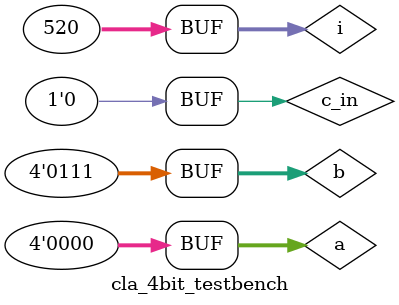
<source format=sv>
`timescale 1ns/10ps

module cla_4bit (
   output logic [3:0] sum,
   output logic       PG, GG,
   input  logic [3:0] a, b,
   input  logic       c_in
   ); 
   
   logic [3:0] c_add, p, g;
   assign c_add[0] = c_in;
   
   // calc the sum bits from the 1bit adders
   genvar i;
   generate
      for (i = 0; i < 4; i++) begin : eachBitAdder
         cla_1bit a1 (
            .s(sum[i]),
            .p(p[i]),
            .g(g[i]),
            .a(a[i]),
            .b(b[i]),
            .c_in(c_add[i])
         );
      end
   endgenerate
   
   // feed the ps and gs into the cla unit to calc carry
   lcu_4bit u1 (
      .PG,
      .GG,
      .c_add(c_add[3:1]), // excludes c_in
      .p,
      .g,
      .c_in
   );

endmodule


// Note: testbench only worked when the #50s
//       were omitted
module cla_4bit_testbench ();
   logic [3:0] sum;
   logic       PG, GG;
   logic [3:0] a, b;
   logic       c_in;

   cla_4bit dut (.sum, .PG, .GG, .a, .b, .c_in);

   integer i;
   initial begin
      c_in = 1'b0;
      for (i = 0; i < 520; i++) begin
         {c_in, a, b} = i; #10;
      end
   end
endmodule 

</source>
